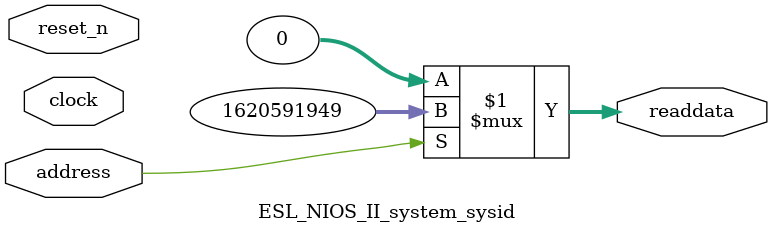
<source format=v>

`timescale 1ns / 1ps
// synthesis translate_on

// turn off superfluous verilog processor warnings 
// altera message_level Level1 
// altera message_off 10034 10035 10036 10037 10230 10240 10030 

module ESL_NIOS_II_system_sysid (
               // inputs:
                address,
                clock,
                reset_n,

               // outputs:
                readdata
             )
;

  output  [ 31: 0] readdata;
  input            address;
  input            clock;
  input            reset_n;

  wire    [ 31: 0] readdata;
  //control_slave, which is an e_avalon_slave
  assign readdata = address ? 1620591949 : 0;

endmodule




</source>
